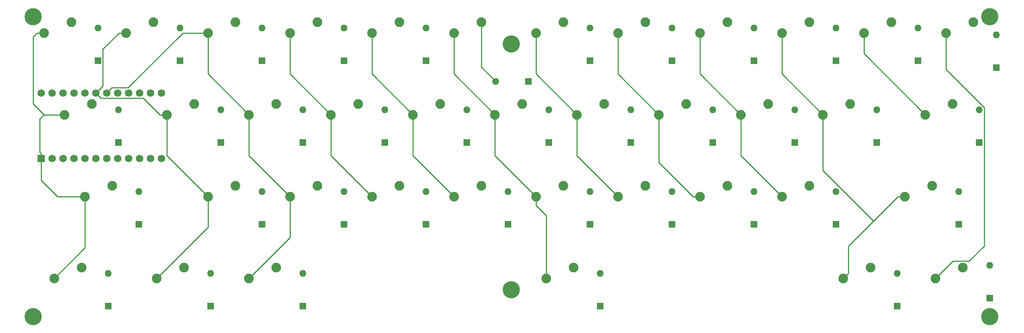
<source format=gbr>
G04 #@! TF.GenerationSoftware,KiCad,Pcbnew,(5.1.4)-1*
G04 #@! TF.CreationDate,2020-10-25T14:57:06-07:00*
G04 #@! TF.ProjectId,cheepcheep,63686565-7063-4686-9565-702e6b696361,rev?*
G04 #@! TF.SameCoordinates,Original*
G04 #@! TF.FileFunction,Copper,L1,Top*
G04 #@! TF.FilePolarity,Positive*
%FSLAX46Y46*%
G04 Gerber Fmt 4.6, Leading zero omitted, Abs format (unit mm)*
G04 Created by KiCad (PCBNEW (5.1.4)-1) date 2020-10-25 14:57:06*
%MOMM*%
%LPD*%
G04 APERTURE LIST*
%ADD10C,2.250000*%
%ADD11C,4.000000*%
%ADD12C,0.500000*%
%ADD13C,1.752600*%
%ADD14R,1.752600X1.752600*%
%ADD15R,1.600000X1.600000*%
%ADD16O,1.600000X1.600000*%
%ADD17C,0.250000*%
G04 APERTURE END LIST*
D10*
X54927500Y-33020000D03*
X48577500Y-35560000D03*
X169227500Y-33020000D03*
X162877500Y-35560000D03*
X83502500Y-52070000D03*
X77152500Y-54610000D03*
X165258750Y-92710000D03*
X171608750Y-90170000D03*
D11*
X157162500Y-95337500D03*
D12*
X158662500Y-95337500D03*
X155662500Y-95337500D03*
X157162500Y-96837500D03*
X157162500Y-93837500D03*
X158222500Y-96397500D03*
X156102500Y-96397500D03*
X156102500Y-94277500D03*
X158222500Y-94277500D03*
X158222500Y-37040000D03*
X156102500Y-37040000D03*
X156102500Y-39160000D03*
X158222500Y-39160000D03*
X157162500Y-36600000D03*
X157162500Y-39600000D03*
X155662500Y-38100000D03*
X158662500Y-38100000D03*
D11*
X157162500Y-38100000D03*
X46037500Y-31750000D03*
D12*
X47537500Y-31750000D03*
X44537500Y-31750000D03*
X46037500Y-33250000D03*
X46037500Y-30250000D03*
X47097500Y-32810000D03*
X44977500Y-32810000D03*
X44977500Y-30690000D03*
X47097500Y-30690000D03*
X269347500Y-30690000D03*
X267227500Y-30690000D03*
X267227500Y-32810000D03*
X269347500Y-32810000D03*
X268287500Y-30250000D03*
X268287500Y-33250000D03*
X266787500Y-31750000D03*
X269787500Y-31750000D03*
D11*
X268287500Y-31750000D03*
D12*
X269347500Y-100540000D03*
X267227500Y-100540000D03*
X267227500Y-102660000D03*
X269347500Y-102660000D03*
X268287500Y-100100000D03*
X268287500Y-103100000D03*
X266787500Y-101600000D03*
X269787500Y-101600000D03*
D11*
X268287500Y-101600000D03*
D12*
X47097500Y-100540000D03*
X44977500Y-100540000D03*
X44977500Y-102660000D03*
X47097500Y-102660000D03*
X46037500Y-100100000D03*
X46037500Y-103100000D03*
X44537500Y-101600000D03*
X47537500Y-101600000D03*
D11*
X46037500Y-101600000D03*
D10*
X262096250Y-90170000D03*
X255746250Y-92710000D03*
X81121250Y-90170000D03*
X74771250Y-92710000D03*
X57308750Y-90170000D03*
X50958750Y-92710000D03*
X254952500Y-71120000D03*
X248602500Y-73660000D03*
X64452500Y-71120000D03*
X58102500Y-73660000D03*
X259715000Y-52070000D03*
X253365000Y-54610000D03*
X59690000Y-52070000D03*
X53340000Y-54610000D03*
D13*
X47942500Y-49530000D03*
X75882500Y-64770000D03*
X50482500Y-49530000D03*
X53022500Y-49530000D03*
X55562500Y-49530000D03*
X58102500Y-49530000D03*
X60642500Y-49530000D03*
X63182500Y-49530000D03*
X65722500Y-49530000D03*
X68262500Y-49530000D03*
X70802500Y-49530000D03*
X73342500Y-49530000D03*
X75882500Y-49530000D03*
X73342500Y-64770000D03*
X70802500Y-64770000D03*
X68262500Y-64770000D03*
X65722500Y-64770000D03*
X63182500Y-64770000D03*
X60642500Y-64770000D03*
X58102500Y-64770000D03*
X55562500Y-64770000D03*
X53022500Y-64770000D03*
X50482500Y-64770000D03*
D14*
X47942500Y-64770000D03*
D10*
X240665000Y-90170000D03*
X234315000Y-92710000D03*
X102552500Y-90170000D03*
X96202500Y-92710000D03*
X226377500Y-71120000D03*
X220027500Y-73660000D03*
X207327500Y-71120000D03*
X200977500Y-73660000D03*
X188277500Y-71120000D03*
X181927500Y-73660000D03*
X169227500Y-71120000D03*
X162877500Y-73660000D03*
X150177500Y-71120000D03*
X143827500Y-73660000D03*
X131127500Y-71120000D03*
X124777500Y-73660000D03*
X112077500Y-71120000D03*
X105727500Y-73660000D03*
X93027500Y-71120000D03*
X86677500Y-73660000D03*
X235902500Y-52070000D03*
X229552500Y-54610000D03*
X216852500Y-52070000D03*
X210502500Y-54610000D03*
X197802500Y-52070000D03*
X191452500Y-54610000D03*
X178752500Y-52070000D03*
X172402500Y-54610000D03*
X159702500Y-52070000D03*
X153352500Y-54610000D03*
X140652500Y-52070000D03*
X134302500Y-54610000D03*
X121602500Y-52070000D03*
X115252500Y-54610000D03*
X102552500Y-52070000D03*
X96202500Y-54610000D03*
X264477500Y-33020000D03*
X258127500Y-35560000D03*
X245427500Y-33020000D03*
X239077500Y-35560000D03*
X226377500Y-33020000D03*
X220027500Y-35560000D03*
X207327500Y-33020000D03*
X200977500Y-35560000D03*
X188277500Y-33020000D03*
X181927500Y-35560000D03*
X150177500Y-33020000D03*
X143827500Y-35560000D03*
X131127500Y-33020000D03*
X124777500Y-35560000D03*
X112077500Y-33020000D03*
X105727500Y-35560000D03*
X93027500Y-33020000D03*
X86677500Y-35560000D03*
X73977500Y-33020000D03*
X67627500Y-35560000D03*
D15*
X268287500Y-97313750D03*
D16*
X268287500Y-89693750D03*
D15*
X246856250Y-99218750D03*
D16*
X246856250Y-91598750D03*
D15*
X177800000Y-99218750D03*
D16*
X177800000Y-91598750D03*
D15*
X108743750Y-99218750D03*
D16*
X108743750Y-91598750D03*
D15*
X87312500Y-99218750D03*
D16*
X87312500Y-91598750D03*
D15*
X63500000Y-99218750D03*
D16*
X63500000Y-91598750D03*
D15*
X261143750Y-80168750D03*
D16*
X261143750Y-72548750D03*
D15*
X232568750Y-80168750D03*
D16*
X232568750Y-72548750D03*
D15*
X213518750Y-80168750D03*
D16*
X213518750Y-72548750D03*
D15*
X194468750Y-80168750D03*
D16*
X194468750Y-72548750D03*
D15*
X175418750Y-80168750D03*
D16*
X175418750Y-72548750D03*
D15*
X156368750Y-80168750D03*
D16*
X156368750Y-72548750D03*
D15*
X137318750Y-80168750D03*
D16*
X137318750Y-72548750D03*
D15*
X118268750Y-80168750D03*
D16*
X118268750Y-72548750D03*
D15*
X99218750Y-80168750D03*
D16*
X99218750Y-72548750D03*
D15*
X70643750Y-80168750D03*
D16*
X70643750Y-72548750D03*
D15*
X265906250Y-61118750D03*
D16*
X265906250Y-53498750D03*
D15*
X242093750Y-61118750D03*
D16*
X242093750Y-53498750D03*
D15*
X223043750Y-61118750D03*
D16*
X223043750Y-53498750D03*
D15*
X203993750Y-61118750D03*
D16*
X203993750Y-53498750D03*
D15*
X184943750Y-61118750D03*
D16*
X184943750Y-53498750D03*
D15*
X165893750Y-61118750D03*
D16*
X165893750Y-53498750D03*
D15*
X146843750Y-61118750D03*
D16*
X146843750Y-53498750D03*
D15*
X127793750Y-61118750D03*
D16*
X127793750Y-53498750D03*
D15*
X108743750Y-61118750D03*
D16*
X108743750Y-53498750D03*
D15*
X89693750Y-61118750D03*
D16*
X89693750Y-53498750D03*
D15*
X65881250Y-61118750D03*
D16*
X65881250Y-53498750D03*
D15*
X269875000Y-43656250D03*
D16*
X269875000Y-36036250D03*
D15*
X251618750Y-42068750D03*
D16*
X251618750Y-34448750D03*
D15*
X232568750Y-42068750D03*
D16*
X232568750Y-34448750D03*
D15*
X213518750Y-42068750D03*
D16*
X213518750Y-34448750D03*
D15*
X194468750Y-42068750D03*
D16*
X194468750Y-34448750D03*
D15*
X175418750Y-42068750D03*
D16*
X175418750Y-34448750D03*
D15*
X161131250Y-46831250D03*
D16*
X153511250Y-46831250D03*
D15*
X137318750Y-42068750D03*
D16*
X137318750Y-34448750D03*
D15*
X118268750Y-42068750D03*
D16*
X118268750Y-34448750D03*
D15*
X99218750Y-42068750D03*
D16*
X99218750Y-34448750D03*
D15*
X80168750Y-42068750D03*
D16*
X80168750Y-34448750D03*
D15*
X61118750Y-42068750D03*
D16*
X61118750Y-34448750D03*
D17*
X150177500Y-43497500D02*
X153511250Y-46831250D01*
X150177500Y-33020000D02*
X150177500Y-43497500D01*
X58102500Y-85566250D02*
X58102500Y-73660000D01*
X50958750Y-92710000D02*
X58102500Y-85566250D01*
X47942500Y-69887772D02*
X47942500Y-65896300D01*
X51714728Y-73660000D02*
X47942500Y-69887772D01*
X47942500Y-65896300D02*
X47942500Y-64770000D01*
X58102500Y-73660000D02*
X51714728Y-73660000D01*
X47942500Y-63643700D02*
X47625000Y-63326200D01*
X47942500Y-64770000D02*
X47942500Y-63643700D01*
X47625000Y-63326200D02*
X47625000Y-55562500D01*
X48577500Y-54610000D02*
X53340000Y-54610000D01*
X47625000Y-55562500D02*
X48577500Y-54610000D01*
X46107499Y-52139999D02*
X48577500Y-54610000D01*
X46107499Y-36439011D02*
X46107499Y-52139999D01*
X46986510Y-35560000D02*
X46107499Y-36439011D01*
X48577500Y-35560000D02*
X46986510Y-35560000D01*
X86677500Y-80803750D02*
X86677500Y-73660000D01*
X74771250Y-92710000D02*
X86677500Y-80803750D01*
X77152500Y-64135000D02*
X77152500Y-54610000D01*
X86677500Y-73660000D02*
X77152500Y-64135000D01*
X75561510Y-54610000D02*
X71682811Y-50731301D01*
X61518799Y-50406299D02*
X60642500Y-49530000D01*
X61843801Y-50731301D02*
X61518799Y-50406299D01*
X71682811Y-50731301D02*
X61843801Y-50731301D01*
X77152500Y-54610000D02*
X75561510Y-54610000D01*
X62243751Y-39352759D02*
X66036510Y-35560000D01*
X66036510Y-35560000D02*
X67627500Y-35560000D01*
X62243751Y-47928749D02*
X62243751Y-39352759D01*
X60642500Y-49530000D02*
X62243751Y-47928749D01*
X86677500Y-45085000D02*
X96202500Y-54610000D01*
X86677500Y-35560000D02*
X86677500Y-45085000D01*
X96202500Y-64135000D02*
X105727500Y-73660000D01*
X96202500Y-54610000D02*
X96202500Y-64135000D01*
X105727500Y-83185000D02*
X96202500Y-92710000D01*
X105727500Y-73660000D02*
X105727500Y-83185000D01*
X64058799Y-48653701D02*
X63182500Y-49530000D01*
X64383801Y-48328699D02*
X64058799Y-48653701D01*
X68064803Y-48328699D02*
X64383801Y-48328699D01*
X80833502Y-35560000D02*
X68064803Y-48328699D01*
X86677500Y-35560000D02*
X80833502Y-35560000D01*
X105727500Y-45085000D02*
X115252500Y-54610000D01*
X105727500Y-35560000D02*
X105727500Y-45085000D01*
X115252500Y-64135000D02*
X124777500Y-73660000D01*
X115252500Y-54610000D02*
X115252500Y-64135000D01*
X124777500Y-45085000D02*
X134302500Y-54610000D01*
X124777500Y-35560000D02*
X124777500Y-45085000D01*
X134302500Y-64135000D02*
X143827500Y-73660000D01*
X134302500Y-54610000D02*
X134302500Y-64135000D01*
X165258750Y-78075248D02*
X162877500Y-75693998D01*
X162877500Y-75250990D02*
X162877500Y-73660000D01*
X162877500Y-75693998D02*
X162877500Y-75250990D01*
X165258750Y-92710000D02*
X165258750Y-78075248D01*
X153352500Y-64135000D02*
X153352500Y-54610000D01*
X162877500Y-73660000D02*
X153352500Y-64135000D01*
X143827500Y-45085000D02*
X143827500Y-35560000D01*
X153352500Y-54610000D02*
X143827500Y-45085000D01*
X162877500Y-45085000D02*
X172402500Y-54610000D01*
X162877500Y-35560000D02*
X162877500Y-45085000D01*
X172402500Y-64135000D02*
X181927500Y-73660000D01*
X172402500Y-54610000D02*
X172402500Y-64135000D01*
X191452500Y-56200990D02*
X191452500Y-54610000D01*
X191452500Y-65725990D02*
X191452500Y-56200990D01*
X199386510Y-73660000D02*
X191452500Y-65725990D01*
X200977500Y-73660000D02*
X199386510Y-73660000D01*
X181927500Y-45085000D02*
X181927500Y-35560000D01*
X191452500Y-54610000D02*
X181927500Y-45085000D01*
X200977500Y-45085000D02*
X210502500Y-54610000D01*
X200977500Y-35560000D02*
X200977500Y-45085000D01*
X210502500Y-64135000D02*
X220027500Y-73660000D01*
X210502500Y-54610000D02*
X210502500Y-64135000D01*
X247011510Y-73660000D02*
X248602500Y-73660000D01*
X234315000Y-92710000D02*
X235439999Y-91585001D01*
X235439999Y-91585001D02*
X235439999Y-85231511D01*
X229552500Y-67627500D02*
X241298255Y-79373255D01*
X235439999Y-85231511D02*
X241298255Y-79373255D01*
X229552500Y-54610000D02*
X229552500Y-67627500D01*
X241298255Y-79373255D02*
X247011510Y-73660000D01*
X220027500Y-45085000D02*
X220027500Y-35560000D01*
X229552500Y-54610000D02*
X220027500Y-45085000D01*
X239077500Y-40322500D02*
X253365000Y-54610000D01*
X239077500Y-35560000D02*
X239077500Y-40322500D01*
X259736251Y-88719999D02*
X256871249Y-91585001D01*
X263485725Y-88719999D02*
X259736251Y-88719999D01*
X267031251Y-85174473D02*
X263485725Y-88719999D01*
X256871249Y-91585001D02*
X255746250Y-92710000D01*
X267031251Y-52958749D02*
X267031251Y-85174473D01*
X258127500Y-44054998D02*
X267031251Y-52958749D01*
X258127500Y-35560000D02*
X258127500Y-44054998D01*
M02*

</source>
